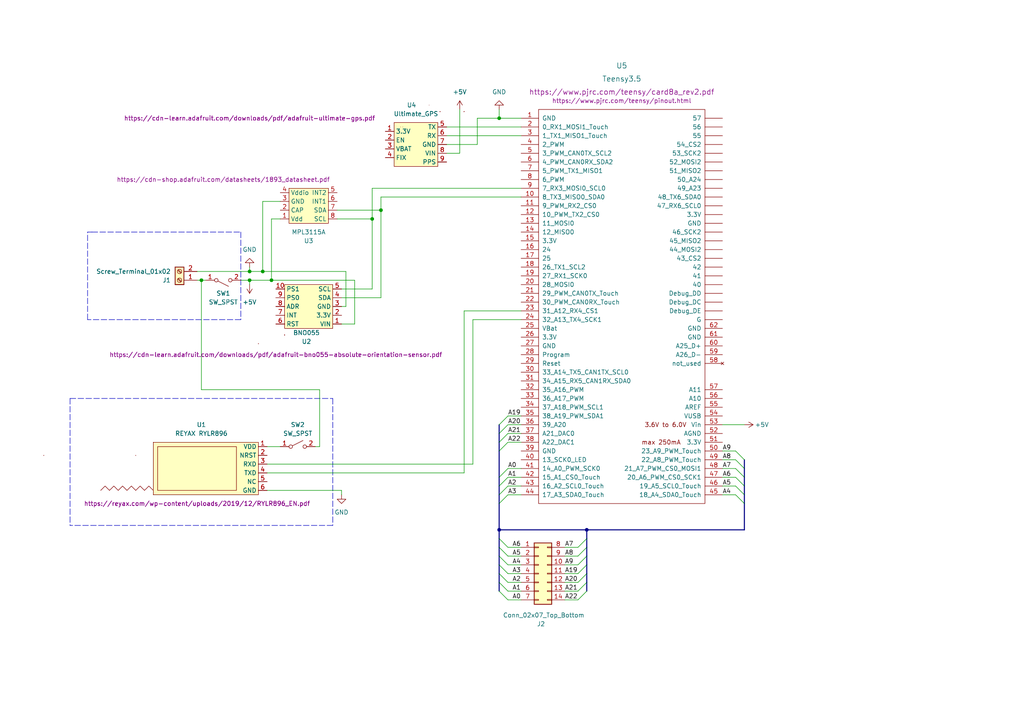
<source format=kicad_sch>
(kicad_sch (version 20211123) (generator eeschema)
  (paper "A4")
  (title_block (title "Ordinateur de Bord") (rev "3") (company "Top Aéro") (comment 1 "Projet Zéphyr") (comment 2 "Mohamed-iadh BANI & Théo TUGAYE") (comment 3 "<mohamed-iadh.bani@top-aero.com> <theo.tugaye@top-aero.com>"))
  (lib_symbols
    (symbol "Adafruit_sensors:BNO055"
      (property "Reference" "U" (at 4.445 7.62 0))
      (property "Value" "BNO055" (at -1.905 7.62 0))
      (symbol "BNO055_0_1"
        (rectangle (start -7.62 6.35) (end 6.35 -6.35) (fill (type background)))
        (rectangle (start 6.35 8.255) (end 6.35 8.255))
        (rectangle (start 6.35 8.255) (end 6.35 8.255))
        (rectangle (start 6.35 8.255) (end 6.35 8.255))
        (rectangle (start 6.35 8.255) (end 6.35 8.255))
        (rectangle (start 6.35 8.255) (end 6.35 8.255))
        (rectangle (start 6.35 8.255) (end 6.35 8.255))
        (rectangle (start 6.35 8.255) (end 6.35 8.255))
        (rectangle (start 6.35 8.255) (end 6.35 8.255))
        (rectangle (start 13.97 10.795) (end 13.97 10.795))
        (rectangle (start 13.97 10.795) (end 13.97 10.795))
        (rectangle (start 13.97 10.795) (end 13.97 10.795))
        (rectangle (start 13.97 10.795) (end 13.97 10.795))
        (rectangle (start 13.97 10.795) (end 13.97 10.795))
        (rectangle (start 13.97 10.795) (end 13.97 10.795))
        (rectangle (start 13.97 10.795) (end 13.97 10.795))
        (rectangle (start 13.97 10.795) (end 13.97 10.795))
        (rectangle (start 13.97 10.795) (end 13.97 10.795))
        (rectangle (start 13.97 10.795) (end 13.97 10.795))
        (rectangle (start 13.97 10.795) (end 13.97 10.795))
        (rectangle (start 13.97 10.795) (end 13.97 10.795))
      )
      (symbol "BNO055_1_1"
        (pin input line (at -10.16 5.08 0) (length 2.54) (name "VIN") (number "1"))
        (pin input line (at 8.89 -5.08 180) (length 2.54) (name "PS1") (number "10"))
        (pin output line (at -10.16 2.54 0) (length 2.54) (name "3.3V") (number "2"))
        (pin power_in line (at -10.16 0 0) (length 2.54) (name "GND") (number "3"))
        (pin bidirectional line (at -10.16 -2.54 0) (length 2.54) (name "SDA") (number "4"))
        (pin input line (at -10.16 -5.08 0) (length 2.54) (name "SCL") (number "5"))
        (pin input line (at 8.89 5.08 180) (length 2.54) (name "RST") (number "6"))
        (pin output line (at 8.89 2.54 180) (length 2.54) (name "INT") (number "7"))
        (pin input line (at 8.89 0 180) (length 2.54) (name "ADR") (number "8"))
        (pin input line (at 8.89 -2.54 180) (length 2.54) (name "PS0") (number "9"))
      )
    )
    (symbol "Adafruit_sensors:MPL3115A"
      (property "Reference" "U" (at 0 6.35 0))
      (property "Value" "MPL3115A" (at -6.35 6.35 0))
      (symbol "MPL3115A_0_1"
        (rectangle (start -10.16 5.08) (end 1.27 -5.08) (fill (type background)))
      )
      (symbol "MPL3115A_1_1"
        (pin input line (at -12.7 3.81 0) (length 2.54) (name "Vdd") (number "1"))
        (pin passive line (at -12.7 1.27 0) (length 2.54) (name "CAP") (number "2"))
        (pin power_in line (at -12.7 -1.27 0) (length 2.54) (name "GND") (number "3"))
        (pin input line (at -12.7 -3.81 0) (length 2.54) (name "Vddio") (number "4"))
        (pin output line (at 3.81 -3.81 180) (length 2.54) (name "INT2") (number "5"))
        (pin output line (at 3.81 -1.27 180) (length 2.54) (name "INT1") (number "6"))
        (pin bidirectional line (at 3.81 1.27 180) (length 2.54) (name "SDA") (number "7"))
        (pin input line (at 3.81 3.81 180) (length 2.54) (name "SCL") (number "8"))
      )
    )
    (symbol "Adafruit_sensors:Ultimate_GPS"
      (property "Reference" "U" (at 6.35 8.89 0))
      (property "Value" "Ultimate_GPS" (at -1.27 8.89 0))
      (symbol "Ultimate_GPS_0_1"
        (rectangle (start -6.35 7.62) (end 6.35 -5.08) (fill (type background)))
        (rectangle (start -4.445 6.35) (end -4.445 6.35))
        (rectangle (start -3.81 6.35) (end -3.81 6.35))
        (rectangle (start 3.81 12.7) (end 3.81 12.7))
        (rectangle (start 6.985 10.795) (end 6.985 10.795))
        (rectangle (start 6.985 10.795) (end 6.985 10.795))
        (rectangle (start 6.985 10.795) (end 6.985 10.795))
        (rectangle (start 6.985 10.795) (end 6.985 10.795))
        (rectangle (start 6.985 10.795) (end 6.985 10.795))
        (rectangle (start 6.985 10.795) (end 6.985 10.795))
        (rectangle (start 6.985 10.795) (end 6.985 10.795))
        (rectangle (start 6.985 10.795) (end 6.985 10.795))
        (rectangle (start 13.97 10.795) (end 13.97 10.795))
        (rectangle (start 13.97 10.795) (end 13.97 10.795))
        (rectangle (start 13.97 10.795) (end 13.97 10.795))
        (rectangle (start 13.97 10.795) (end 13.97 10.795))
        (rectangle (start 13.97 10.795) (end 13.97 10.795))
        (rectangle (start 13.97 10.795) (end 13.97 10.795))
        (rectangle (start 13.97 10.795) (end 13.97 10.795))
        (rectangle (start 13.97 10.795) (end 13.97 10.795))
        (rectangle (start 13.97 10.795) (end 13.97 10.795))
        (rectangle (start 13.97 10.795) (end 13.97 10.795))
        (rectangle (start 13.97 10.795) (end 13.97 10.795))
        (rectangle (start 13.97 10.795) (end 13.97 10.795))
      )
      (symbol "Ultimate_GPS_1_1"
        (pin output line (at -8.89 5.08 0) (length 2.54) (name "3.3V") (number "1"))
        (pin input line (at -8.89 2.54 0) (length 2.54) (name "EN") (number "2"))
        (pin input line (at -8.89 0 0) (length 2.54) (name "VBAT") (number "3"))
        (pin output line (at -8.89 -2.54 0) (length 2.54) (name "FIX") (number "4"))
        (pin output line (at 8.89 6.35 180) (length 2.54) (name "TX") (number "5"))
        (pin input line (at 8.89 3.81 180) (length 2.54) (name "RX") (number "6"))
        (pin power_in line (at 8.89 1.27 180) (length 2.54) (name "GND") (number "7"))
        (pin input line (at 8.89 -1.27 180) (length 2.54) (name "VIN") (number "8"))
        (pin output line (at 8.89 -3.81 180) (length 2.54) (name "PPS") (number "9"))
      )
    )
    (symbol "Connector:Screw_Terminal_01x02" (pin_names (offset 1.016) hide)
      (property "Reference" "J" (at 0 2.54 0))
      (property "Value" "Screw_Terminal_01x02" (at 0 -5.08 0))
      (symbol "Screw_Terminal_01x02_1_1"
        (rectangle (start -1.27 1.27) (end 1.27 -3.81) (stroke (width 0.254)) (fill (type background)))
        (circle (center 0 -2.54) (radius 0.635) (stroke (width 0.1524)))
        (polyline (pts (xy -0.5334 -2.2098) (xy 0.3302 -3.048)) (stroke (width 0.1524)))
        (polyline (pts (xy -0.5334 0.3302) (xy 0.3302 -0.508)) (stroke (width 0.1524)))
        (polyline (pts (xy -0.3556 -2.032) (xy 0.508 -2.8702)) (stroke (width 0.1524)))
        (polyline (pts (xy -0.3556 0.508) (xy 0.508 -0.3302)) (stroke (width 0.1524)))
        (circle (center 0 0) (radius 0.635) (stroke (width 0.1524)))
        (pin passive line (at -5.08 0 0) (length 3.81) (name "Pin_1") (number "1"))
        (pin passive line (at -5.08 -2.54 0) (length 3.81) (name "Pin_2") (number "2"))
      )
    )
    (symbol "Connector_Generic:Conn_02x07_Top_Bottom" (pin_names (offset 1.016) hide)
      (property "Reference" "J" (at 1.27 10.16 0))
      (property "Value" "Conn_02x07_Top_Bottom" (at 1.27 -10.16 0))
      (symbol "Conn_02x07_Top_Bottom_1_1"
        (rectangle (start -1.27 -7.493) (end 0 -7.747) (stroke (width 0.1524)))
        (rectangle (start -1.27 -4.953) (end 0 -5.207) (stroke (width 0.1524)))
        (rectangle (start -1.27 -2.413) (end 0 -2.667) (stroke (width 0.1524)))
        (rectangle (start -1.27 0.127) (end 0 -0.127) (stroke (width 0.1524)))
        (rectangle (start -1.27 2.667) (end 0 2.413) (stroke (width 0.1524)))
        (rectangle (start -1.27 5.207) (end 0 4.953) (stroke (width 0.1524)))
        (rectangle (start -1.27 7.747) (end 0 7.493) (stroke (width 0.1524)))
        (rectangle (start -1.27 8.89) (end 3.81 -8.89) (stroke (width 0.254)) (fill (type background)))
        (rectangle (start 3.81 -7.493) (end 2.54 -7.747) (stroke (width 0.1524)))
        (rectangle (start 3.81 -4.953) (end 2.54 -5.207) (stroke (width 0.1524)))
        (rectangle (start 3.81 -2.413) (end 2.54 -2.667) (stroke (width 0.1524)))
        (rectangle (start 3.81 0.127) (end 2.54 -0.127) (stroke (width 0.1524)))
        (rectangle (start 3.81 2.667) (end 2.54 2.413) (stroke (width 0.1524)))
        (rectangle (start 3.81 5.207) (end 2.54 4.953) (stroke (width 0.1524)))
        (rectangle (start 3.81 7.747) (end 2.54 7.493) (stroke (width 0.1524)))
        (pin passive line (at -5.08 7.62 0) (length 3.81) (name "Pin_1") (number "1"))
        (pin passive line (at 7.62 2.54 180) (length 3.81) (name "Pin_10") (number "10"))
        (pin passive line (at 7.62 0 180) (length 3.81) (name "Pin_11") (number "11"))
        (pin passive line (at 7.62 -2.54 180) (length 3.81) (name "Pin_12") (number "12"))
        (pin passive line (at 7.62 -5.08 180) (length 3.81) (name "Pin_13") (number "13"))
        (pin passive line (at 7.62 -7.62 180) (length 3.81) (name "Pin_14") (number "14"))
        (pin passive line (at -5.08 5.08 0) (length 3.81) (name "Pin_2") (number "2"))
        (pin passive line (at -5.08 2.54 0) (length 3.81) (name "Pin_3") (number "3"))
        (pin passive line (at -5.08 0 0) (length 3.81) (name "Pin_4") (number "4"))
        (pin passive line (at -5.08 -2.54 0) (length 3.81) (name "Pin_5") (number "5"))
        (pin passive line (at -5.08 -5.08 0) (length 3.81) (name "Pin_6") (number "6"))
        (pin passive line (at -5.08 -7.62 0) (length 3.81) (name "Pin_7") (number "7"))
        (pin passive line (at 7.62 7.62 180) (length 3.81) (name "Pin_8") (number "8"))
        (pin passive line (at 7.62 5.08 180) (length 3.81) (name "Pin_9") (number "9"))
      )
    )
    (symbol "Switch:SW_SPST" (pin_names (offset 0) hide)
      (property "Reference" "SW" (at 0 3.175 0))
      (property "Value" "SW_SPST" (at 0 -2.54 0))
      (symbol "SW_SPST_0_0"
        (circle (center -2.032 0) (radius 0.508))
        (polyline (pts (xy -1.524 0.254) (xy 1.524 1.778)))
        (circle (center 2.032 0) (radius 0.508))
      )
      (symbol "SW_SPST_1_1"
        (pin passive line (at -5.08 0 0) (length 2.54) (name "A") (number "1"))
        (pin passive line (at 5.08 0 180) (length 2.54) (name "B") (number "2"))
      )
    )
    (symbol "Teensy:Teensy3.5" (pin_names (offset 1.016))
      (property "Reference" "U" (at 0 59.69 0))
      (property "Value" "Teensy3.5" (at 0 -59.69 0))
      (property "Datasheet" "https://www.pjrc.com/teensy/card8a_rev2.pdf" (at 0 62.23 0))
      (property "Pinouts" "https://www.pjrc.com/teensy/pinout.html" (at 0 64.77 0))
      (symbol "Teensy3.5_0_0"
        (text "3.6V to 6.0V" (at 12.7 -34.29 0) (effects (font (size 1.27 1.27))))
        (text "max 250mA" (at 11.43 -39.37 0) (effects (font (size 1.27 1.27))))
      )
      (symbol "Teensy3.5_0_1"
        (rectangle (start -24.13 57.15) (end 24.13 -57.15))
      )
      (symbol "Teensy3.5_1_1"
        (pin power_in line (at -29.21 54.61 0) (length 5.08) (name "GND") (number "1"))
        (pin bidirectional line (at -29.21 31.75 0) (length 5.08) (name "8_TX3_MISO0_SDA0") (number "10"))
        (pin bidirectional line (at -29.21 29.21 0) (length 5.08) (name "9_PWM_RX2_CS0") (number "11"))
        (pin bidirectional line (at -29.21 26.67 0) (length 5.08) (name "10_PWM_TX2_CS0") (number "12"))
        (pin bidirectional line (at -29.21 24.13 0) (length 5.08) (name "11_MOSI0") (number "13"))
        (pin bidirectional line (at -29.21 21.59 0) (length 5.08) (name "12_MISO0") (number "14"))
        (pin power_out line (at -29.21 19.05 0) (length 5.08) (name "3.3V") (number "15"))
        (pin bidirectional line (at -29.21 16.51 0) (length 5.08) (name "24") (number "16"))
        (pin bidirectional line (at -29.21 13.97 0) (length 5.08) (name "25") (number "17"))
        (pin bidirectional line (at -29.21 11.43 0) (length 5.08) (name "26_TX1_SCL2") (number "18"))
        (pin bidirectional line (at -29.21 8.89 0) (length 5.08) (name "27_RX1_SCK0") (number "19"))
        (pin bidirectional line (at -29.21 52.07 0) (length 5.08) (name "0_RX1_MOSI1_Touch") (number "2"))
        (pin bidirectional line (at -29.21 6.35 0) (length 5.08) (name "28_MOSI0") (number "20"))
        (pin bidirectional line (at -29.21 3.81 0) (length 5.08) (name "29_PWM_CAN0TX_Touch") (number "21"))
        (pin bidirectional line (at -29.21 1.27 0) (length 5.08) (name "30_PWM_CAN0RX_Touch") (number "22"))
        (pin bidirectional line (at -29.21 -1.27 0) (length 5.08) (name "31_A12_RX4_CS1") (number "23"))
        (pin bidirectional line (at -29.21 -3.81 0) (length 5.08) (name "32_A13_TX4_SCK1") (number "24"))
        (pin power_in line (at -29.21 -6.35 0) (length 5.08) (name "VBat") (number "25"))
        (pin power_in line (at -29.21 -8.89 0) (length 5.08) (name "3.3V") (number "26"))
        (pin power_in line (at -29.21 -11.43 0) (length 5.08) (name "GND") (number "27"))
        (pin input line (at -29.21 -13.97 0) (length 5.08) (name "Program") (number "28"))
        (pin input line (at -29.21 -16.51 0) (length 5.08) (name "Reset") (number "29"))
        (pin bidirectional line (at -29.21 49.53 0) (length 5.08) (name "1_TX1_MISO1_Touch") (number "3"))
        (pin bidirectional line (at -29.21 -19.05 0) (length 5.08) (name "33_A14_TX5_CAN1TX_SCL0") (number "30"))
        (pin bidirectional line (at -29.21 -21.59 0) (length 5.08) (name "34_A15_RX5_CAN1RX_SDA0") (number "31"))
        (pin bidirectional line (at -29.21 -24.13 0) (length 5.08) (name "35_A16_PWM") (number "32"))
        (pin bidirectional line (at -29.21 -26.67 0) (length 5.08) (name "36_A17_PWM") (number "33"))
        (pin bidirectional line (at -29.21 -29.21 0) (length 5.08) (name "37_A18_PWM_SCL1") (number "34"))
        (pin bidirectional line (at -29.21 -31.75 0) (length 5.08) (name "38_A19_PWM_SDA1") (number "35"))
        (pin bidirectional line (at -29.21 -34.29 0) (length 5.08) (name "39_A20") (number "36"))
        (pin bidirectional line (at -29.21 -36.83 0) (length 5.08) (name "A21_DAC0") (number "37"))
        (pin bidirectional line (at -29.21 -39.37 0) (length 5.08) (name "A22_DAC1") (number "38"))
        (pin power_in line (at -29.21 -41.91 0) (length 5.08) (name "GND") (number "39"))
        (pin bidirectional line (at -29.21 46.99 0) (length 5.08) (name "2_PWM") (number "4"))
        (pin bidirectional line (at -29.21 -44.45 0) (length 5.08) (name "13_SCK0_LED") (number "40"))
        (pin bidirectional line (at -29.21 -46.99 0) (length 5.08) (name "14_A0_PWM_SCK0") (number "41"))
        (pin bidirectional line (at -29.21 -49.53 0) (length 5.08) (name "15_A1_CS0_Touch") (number "42"))
        (pin bidirectional line (at -29.21 -52.07 0) (length 5.08) (name "16_A2_SCL0_Touch") (number "43"))
        (pin bidirectional line (at -29.21 -54.61 0) (length 5.08) (name "17_A3_SDA0_Touch") (number "44"))
        (pin bidirectional line (at 29.21 -54.61 180) (length 5.08) (name "18_A4_SDA0_Touch") (number "45"))
        (pin bidirectional line (at 29.21 -52.07 180) (length 5.08) (name "19_A5_SCL0_Touch") (number "46"))
        (pin bidirectional line (at 29.21 -49.53 180) (length 5.08) (name "20_A6_PWM_CS0_SCK1") (number "47"))
        (pin bidirectional line (at 29.21 -46.99 180) (length 5.08) (name "21_A7_PWM_CS0_MOSI1") (number "48"))
        (pin bidirectional line (at 29.21 -44.45 180) (length 5.08) (name "22_A8_PWM_Touch") (number "49"))
        (pin bidirectional line (at -29.21 44.45 0) (length 5.08) (name "3_PWM_CAN0TX_SCL2") (number "5"))
        (pin bidirectional line (at 29.21 -41.91 180) (length 5.08) (name "23_A9_PWM_Touch") (number "50"))
        (pin power_out line (at 29.21 -39.37 180) (length 5.08) (name "3.3V") (number "51"))
        (pin power_out line (at 29.21 -36.83 180) (length 5.08) (name "AGND") (number "52"))
        (pin power_in line (at 29.21 -34.29 180) (length 5.08) (name "Vin") (number "53"))
        (pin power_in line (at 29.21 -31.75 180) (length 5.08) (name "VUSB") (number "54"))
        (pin input line (at 29.21 -29.21 180) (length 5.08) (name "AREF") (number "55"))
        (pin bidirectional line (at 29.21 -26.67 180) (length 5.08) (name "A10") (number "56"))
        (pin bidirectional line (at 29.21 -24.13 180) (length 5.08) (name "A11") (number "57"))
        (pin no_connect line (at 29.21 -16.51 180) (length 5.08) (name "not_used") (number "58"))
        (pin bidirectional line (at 29.21 -13.97 180) (length 5.08) (name "A26_D-") (number "59"))
        (pin bidirectional line (at -29.21 41.91 0) (length 5.08) (name "4_PWM_CAN0RX_SDA2") (number "6"))
        (pin bidirectional line (at 29.21 -11.43 180) (length 5.08) (name "A25_D+") (number "60"))
        (pin power_in line (at 29.21 -8.89 180) (length 5.08) (name "GND") (number "61"))
        (pin power_in line (at 29.21 -6.35 180) (length 5.08) (name "GND") (number "62"))
        (pin bidirectional line (at -29.21 39.37 0) (length 5.08) (name "5_PWM_TX1_MISO1") (number "7"))
        (pin bidirectional line (at -29.21 36.83 0) (length 5.08) (name "6_PWM") (number "8"))
        (pin bidirectional line (at -29.21 34.29 0) (length 5.08) (name "7_RX3_MOSI0_SCL0") (number "9"))
        (pin power_in line (at 29.21 26.67 180) (length 5.08) (name "3.3V") (number "~"))
        (pin bidirectional line (at 29.21 6.35 180) (length 5.08) (name "40") (number "~"))
        (pin bidirectional line (at 29.21 8.89 180) (length 5.08) (name "41") (number "~"))
        (pin bidirectional line (at 29.21 11.43 180) (length 5.08) (name "42") (number "~"))
        (pin bidirectional line (at 29.21 13.97 180) (length 5.08) (name "43_CS2") (number "~"))
        (pin bidirectional line (at 29.21 16.51 180) (length 5.08) (name "44_MOSI2") (number "~"))
        (pin bidirectional line (at 29.21 19.05 180) (length 5.08) (name "45_MISO2") (number "~"))
        (pin bidirectional line (at 29.21 21.59 180) (length 5.08) (name "46_SCK2") (number "~"))
        (pin bidirectional line (at 29.21 29.21 180) (length 5.08) (name "47_RX6_SCL0") (number "~"))
        (pin bidirectional line (at 29.21 31.75 180) (length 5.08) (name "48_TX6_SDA0") (number "~"))
        (pin bidirectional line (at 29.21 34.29 180) (length 5.08) (name "49_A23") (number "~"))
        (pin bidirectional line (at 29.21 36.83 180) (length 5.08) (name "50_A24") (number "~"))
        (pin bidirectional line (at 29.21 39.37 180) (length 5.08) (name "51_MISO2") (number "~"))
        (pin bidirectional line (at 29.21 41.91 180) (length 5.08) (name "52_MOSI2") (number "~"))
        (pin bidirectional line (at 29.21 44.45 180) (length 5.08) (name "53_SCK2") (number "~"))
        (pin bidirectional line (at 29.21 46.99 180) (length 5.08) (name "54_CS2") (number "~"))
        (pin bidirectional line (at 29.21 49.53 180) (length 5.08) (name "55") (number "~"))
        (pin bidirectional line (at 29.21 52.07 180) (length 5.08) (name "56") (number "~"))
        (pin bidirectional line (at 29.21 54.61 180) (length 5.08) (name "57") (number "~"))
        (pin input line (at 29.21 1.27 180) (length 5.08) (name "Debug_DC") (number "~"))
        (pin input line (at 29.21 3.81 180) (length 5.08) (name "Debug_DD") (number "~"))
        (pin input line (at 29.21 -1.27 180) (length 5.08) (name "Debug_DE") (number "~"))
        (pin power_in line (at 29.21 -3.81 180) (length 5.08) (name "G") (number "~"))
        (pin power_in line (at 29.21 24.13 180) (length 5.08) (name "GND") (number "~"))
      )
    )
    (symbol "power:+5V" (power) (pin_names (offset 0))
      (property "Value" "+5V" (at 0 3.556 0))
      (symbol "+5V_0_1"
        (polyline (pts (xy -0.762 1.27) (xy 0 2.54)))
        (polyline (pts (xy 0 0) (xy 0 2.54)))
        (polyline (pts (xy 0 2.54) (xy 0.762 1.27)))
      )
      (symbol "+5V_1_1"
        (pin power_in line (at 0 0 90) (length 0) hide (name "+5V") (number "1"))
      )
    )
    (symbol "power:GND" (power) (pin_names (offset 0))
      (property "Value" "GND" (at 0 -3.81 0))
      (symbol "GND_0_1"
        (polyline (pts (xy 0 0) (xy 0 -1.27) (xy 1.27 -1.27) (xy 0 -2.54) (xy -1.27 -1.27) (xy 0 -1.27)))
      )
      (symbol "GND_1_1"
        (pin power_in line (at 0 0 270) (length 0) hide (name "GND") (number "1"))
      )
    )
    (symbol "reyax_rylr896:REYAX RYLR896"
      (property "Reference" "U1" (at 1.27 12.7 0))
      (property "Value" "REYAX RYLR896" (at 1.27 10.16 0))
      (symbol "REYAX RYLR896_0_0"
        (rectangle (start 20.32 3.81) (end 20.32 3.81))
        (rectangle (start 20.32 3.81) (end 20.32 3.81))
        (rectangle (start 20.32 3.81) (end 20.32 3.81))
        (rectangle (start 20.32 3.81) (end 20.32 3.81))
        (rectangle (start 20.32 3.81) (end 20.32 3.81))
      )
      (symbol "REYAX RYLR896_0_1"
        (rectangle (start -15.24 7.62) (end 15.24 -7.62) (fill (type background)))
        (rectangle (start -8.89 6.35) (end 13.97 -6.35) (fill (type background)))
        (polyline (pts (xy 15.24 -6.35) (xy 16.51 -5.08) (xy 17.78 -6.35) (xy 19.05 -5.08) (xy 20.32 -6.35) (xy 21.59 -5.08) (xy 22.86 -6.35) (xy 24.13 -5.08) (xy 25.4 -6.35) (xy 26.67 -5.08) (xy 27.94 -6.35) (xy 29.21 -5.08) (xy 30.48 -6.35)))
        (rectangle (start 46.99 3.81) (end 46.99 3.81))
        (rectangle (start 46.99 3.81) (end 46.99 3.81))
        (rectangle (start 46.99 3.81) (end 46.99 3.81))
        (rectangle (start 46.99 3.81) (end 46.99 3.81))
        (rectangle (start 46.99 3.81) (end 46.99 3.81))
      )
      (symbol "REYAX RYLR896_1_1"
        (pin input line (at -17.78 6.35 0) (length 2.54) (name "VDD") (number "1"))
        (pin input line (at -17.78 3.81 0) (length 2.54) (name "NRST") (number "2"))
        (pin input line (at -17.78 1.27 0) (length 2.54) (name "RXD") (number "3"))
        (pin output line (at -17.78 -1.27 0) (length 2.54) (name "TXD") (number "4"))
        (pin passive line (at -17.78 -3.81 0) (length 2.54) (name "NC") (number "5"))
        (pin passive line (at -17.78 -6.35 0) (length 2.54) (name "GND") (number "6"))
      )
    )
  )
  (junction (at 76.2 78.74))
  (junction (at 170.18 153.67))
  (junction (at 72.39 78.74))
  (junction (at 144.78 34.29))
  (junction (at 58.42 81.28))
  (junction (at 72.39 81.28))
  (junction (at 78.74 81.28))
  (junction (at 107.95 63.5))
  (junction (at 144.78 153.67))
  (junction (at 110.49 60.96))
  (bus_entry (at 167.64 158.75) (size 2.54 -2.54))
  (bus_entry (at 144.78 166.37) (size 2.54 2.54))
  (bus_entry (at 144.78 168.91) (size 2.54 2.54))
  (bus_entry (at 167.64 161.29) (size 2.54 -2.54))
  (bus_entry (at 167.64 166.37) (size 2.54 -2.54))
  (bus_entry (at 167.64 163.83) (size 2.54 -2.54))
  (bus_entry (at 167.64 173.99) (size 2.54 -2.54))
  (bus_entry (at 167.64 171.45) (size 2.54 -2.54))
  (bus_entry (at 167.64 168.91) (size 2.54 -2.54))
  (bus_entry (at 144.78 171.45) (size 2.54 2.54))
  (bus_entry (at 144.78 128.27) (size 2.54 -2.54))
  (bus_entry (at 144.78 130.81) (size 2.54 -2.54))
  (bus_entry (at 144.78 123.19) (size 2.54 -2.54))
  (bus_entry (at 144.78 125.73) (size 2.54 -2.54))
  (bus_entry (at 144.78 138.43) (size 2.54 -2.54))
  (bus_entry (at 144.78 140.97) (size 2.54 -2.54))
  (bus_entry (at 144.78 143.51) (size 2.54 -2.54))
  (bus_entry (at 215.9 133.35) (size -2.54 -2.54))
  (bus_entry (at 215.9 146.05) (size -2.54 -2.54))
  (bus_entry (at 215.9 143.51) (size -2.54 -2.54))
  (bus_entry (at 215.9 140.97) (size -2.54 -2.54))
  (bus_entry (at 215.9 135.89) (size -2.54 -2.54))
  (bus_entry (at 215.9 138.43) (size -2.54 -2.54))
  (bus_entry (at 144.78 146.05) (size 2.54 -2.54))
  (bus_entry (at 147.32 158.75) (size -2.54 -2.54))
  (bus_entry (at 147.32 166.37) (size -2.54 -2.54))
  (bus_entry (at 147.32 161.29) (size -2.54 -2.54))
  (bus_entry (at 147.32 163.83) (size -2.54 -2.54))
  (wire (pts (xy 59.69 81.28) (xy 58.42 81.28)))
  (wire (pts (xy 147.32 138.43) (xy 151.13 138.43)))
  (wire (pts (xy 77.47 134.62) (xy 137.16 134.62)))
  (wire (pts (xy 76.2 78.74) (xy 72.39 78.74)))
  (wire (pts (xy 167.64 173.99) (xy 163.83 173.99)))
  (wire (pts (xy 151.13 173.99) (xy 147.32 173.99)))
  (wire (pts (xy 144.78 34.29) (xy 151.13 34.29)))
  (bus (pts (xy 215.9 146.05) (xy 215.9 153.67)))
  (bus (pts (xy 215.9 138.43) (xy 215.9 140.97)))
  (wire (pts (xy 151.13 171.45) (xy 147.32 171.45)))
  (wire (pts (xy 151.13 158.75) (xy 147.32 158.75)))
  (polyline (pts (xy 20.32 115.57) (xy 96.52 115.57)))
  (wire (pts (xy 107.95 83.82) (xy 107.95 63.5)))
  (bus (pts (xy 144.78 158.75) (xy 144.78 156.21)))
  (wire (pts (xy 209.55 135.89) (xy 213.36 135.89)))
  (wire (pts (xy 147.32 120.65) (xy 151.13 120.65)))
  (bus (pts (xy 170.18 166.37) (xy 170.18 163.83)))
  (wire (pts (xy 77.47 137.16) (xy 134.62 137.16)))
  (wire (pts (xy 102.87 81.28) (xy 78.74 81.28)))
  (wire (pts (xy 72.39 78.74) (xy 72.39 77.47)))
  (bus (pts (xy 170.18 163.83) (xy 170.18 161.29)))
  (wire (pts (xy 151.13 168.91) (xy 147.32 168.91)))
  (wire (pts (xy 129.54 41.91) (xy 138.43 41.91)))
  (wire (pts (xy 133.35 31.75) (xy 133.35 44.45)))
  (wire (pts (xy 76.2 78.74) (xy 76.2 58.42)))
  (polyline (pts (xy 96.52 115.57) (xy 96.52 152.4)))
  (wire (pts (xy 129.54 36.83) (xy 151.13 36.83)))
  (wire (pts (xy 147.32 128.27) (xy 151.13 128.27)))
  (wire (pts (xy 110.49 60.96) (xy 110.49 86.36)))
  (wire (pts (xy 209.55 130.81) (xy 213.36 130.81)))
  (bus (pts (xy 144.78 130.81) (xy 144.78 138.43)))
  (bus (pts (xy 144.78 153.67) (xy 170.18 153.67)))
  (wire (pts (xy 209.55 138.43) (xy 213.36 138.43)))
  (bus (pts (xy 144.78 143.51) (xy 144.78 146.05)))
  (wire (pts (xy 167.64 158.75) (xy 163.83 158.75)))
  (bus (pts (xy 215.9 133.35) (xy 215.9 135.89)))
  (bus (pts (xy 144.78 171.45) (xy 144.78 168.91)))
  (bus (pts (xy 215.9 135.89) (xy 215.9 138.43)))
  (bus (pts (xy 144.78 158.75) (xy 144.78 161.29)))
  (wire (pts (xy 58.42 81.28) (xy 58.42 113.03)))
  (wire (pts (xy 129.54 39.37) (xy 151.13 39.37)))
  (wire (pts (xy 77.47 142.24) (xy 99.06 142.24)))
  (wire (pts (xy 107.95 83.82) (xy 99.06 83.82)))
  (bus (pts (xy 215.9 143.51) (xy 215.9 146.05)))
  (wire (pts (xy 72.39 81.28) (xy 72.39 82.55)))
  (wire (pts (xy 100.33 88.9) (xy 99.06 88.9)))
  (polyline (pts (xy 69.85 67.31) (xy 69.85 92.71)))
  (wire (pts (xy 100.33 88.9) (xy 100.33 78.74)))
  (bus (pts (xy 215.9 140.97) (xy 215.9 143.51)))
  (bus (pts (xy 170.18 171.45) (xy 170.18 168.91)))
  (wire (pts (xy 147.32 135.89) (xy 151.13 135.89)))
  (bus (pts (xy 170.18 153.67) (xy 215.9 153.67)))
  (wire (pts (xy 107.95 63.5) (xy 97.79 63.5)))
  (wire (pts (xy 99.06 86.36) (xy 110.49 86.36)))
  (wire (pts (xy 78.74 81.28) (xy 78.74 63.5)))
  (wire (pts (xy 147.32 123.19) (xy 151.13 123.19)))
  (bus (pts (xy 144.78 125.73) (xy 144.78 128.27)))
  (bus (pts (xy 144.78 163.83) (xy 144.78 161.29)))
  (wire (pts (xy 147.32 140.97) (xy 151.13 140.97)))
  (wire (pts (xy 129.54 44.45) (xy 133.35 44.45)))
  (polyline (pts (xy 25.4 92.71) (xy 25.4 67.31)))
  (polyline (pts (xy 96.52 152.4) (xy 20.32 152.4)))
  (wire (pts (xy 167.64 161.29) (xy 163.83 161.29)))
  (wire (pts (xy 100.33 78.74) (xy 76.2 78.74)))
  (wire (pts (xy 151.13 163.83) (xy 147.32 163.83)))
  (polyline (pts (xy 25.4 67.31) (xy 26.67 67.31)))
  (wire (pts (xy 91.44 129.54) (xy 92.71 129.54)))
  (bus (pts (xy 170.18 158.75) (xy 170.18 156.21)))
  (wire (pts (xy 209.55 140.97) (xy 213.36 140.97)))
  (wire (pts (xy 151.13 166.37) (xy 147.32 166.37)))
  (polyline (pts (xy 26.67 67.31) (xy 69.85 67.31)))
  (bus (pts (xy 144.78 146.05) (xy 144.78 153.67)))
  (wire (pts (xy 99.06 142.24) (xy 99.06 143.51)))
  (bus (pts (xy 170.18 158.75) (xy 170.18 161.29)))
  (bus (pts (xy 144.78 166.37) (xy 144.78 163.83)))
  (wire (pts (xy 167.64 171.45) (xy 163.83 171.45)))
  (wire (pts (xy 81.28 58.42) (xy 76.2 58.42)))
  (polyline (pts (xy 69.85 92.71) (xy 25.4 92.71)))
  (wire (pts (xy 81.28 63.5) (xy 78.74 63.5)))
  (wire (pts (xy 134.62 137.16) (xy 134.62 90.17)))
  (wire (pts (xy 107.95 54.61) (xy 107.95 63.5)))
  (bus (pts (xy 144.78 138.43) (xy 144.78 140.97)))
  (wire (pts (xy 97.79 60.96) (xy 110.49 60.96)))
  (wire (pts (xy 110.49 57.15) (xy 110.49 60.96)))
  (wire (pts (xy 209.55 123.19) (xy 215.9 123.19)))
  (wire (pts (xy 134.62 90.17) (xy 151.13 90.17)))
  (wire (pts (xy 58.42 81.28) (xy 57.15 81.28)))
  (wire (pts (xy 107.95 54.61) (xy 151.13 54.61)))
  (bus (pts (xy 170.18 156.21) (xy 170.18 153.67)))
  (wire (pts (xy 58.42 113.03) (xy 92.71 113.03)))
  (wire (pts (xy 151.13 161.29) (xy 147.32 161.29)))
  (wire (pts (xy 72.39 78.74) (xy 57.15 78.74)))
  (bus (pts (xy 144.78 168.91) (xy 144.78 166.37)))
  (wire (pts (xy 137.16 134.62) (xy 137.16 92.71)))
  (polyline (pts (xy 20.32 115.57) (xy 20.32 152.4)))
  (wire (pts (xy 72.39 81.28) (xy 78.74 81.28)))
  (wire (pts (xy 167.64 163.83) (xy 163.83 163.83)))
  (bus (pts (xy 144.78 156.21) (xy 144.78 153.67)))
  (wire (pts (xy 138.43 41.91) (xy 138.43 34.29)))
  (wire (pts (xy 147.32 125.73) (xy 151.13 125.73)))
  (wire (pts (xy 102.87 81.28) (xy 102.87 93.98)))
  (wire (pts (xy 110.49 57.15) (xy 151.13 57.15)))
  (wire (pts (xy 167.64 168.91) (xy 163.83 168.91)))
  (bus (pts (xy 144.78 140.97) (xy 144.78 143.51)))
  (wire (pts (xy 209.55 133.35) (xy 213.36 133.35)))
  (wire (pts (xy 69.85 81.28) (xy 72.39 81.28)))
  (wire (pts (xy 147.32 143.51) (xy 151.13 143.51)))
  (wire (pts (xy 102.87 93.98) (xy 99.06 93.98)))
  (wire (pts (xy 92.71 113.03) (xy 92.71 129.54)))
  (wire (pts (xy 209.55 143.51) (xy 213.36 143.51)))
  (bus (pts (xy 170.18 168.91) (xy 170.18 166.37)))
  (wire (pts (xy 138.43 34.29) (xy 144.78 34.29)))
  (bus (pts (xy 144.78 123.19) (xy 144.78 125.73)))
  (wire (pts (xy 167.64 166.37) (xy 163.83 166.37)))
  (bus (pts (xy 144.78 128.27) (xy 144.78 130.81)))
  (wire (pts (xy 144.78 31.75) (xy 144.78 34.29)))
  (wire (pts (xy 77.47 129.54) (xy 81.28 129.54)))
  (wire (pts (xy 137.16 92.71) (xy 151.13 92.71)))
  (label "A4" (at 148.59 163.83 0))
  (label "A5" (at 148.59 161.29 0))
  (label "A9" (at 209.55 130.81 0))
  (label "A4" (at 209.55 143.51 0))
  (label "A7" (at 209.55 135.89 0))
  (label "A3" (at 147.32 143.51 0))
  (label "A22" (at 147.32 128.27 0))
  (label "A20" (at 147.32 123.19 0))
  (label "A19" (at 163.83 166.37 0))
  (label "A22" (at 163.83 173.99 0))
  (label "A8" (at 163.83 161.29 0))
  (label "A1" (at 148.59 171.45 0))
  (label "A1" (at 147.32 138.43 0))
  (label "A21" (at 163.83 171.45 0))
  (label "A2" (at 148.59 168.91 0))
  (label "A6" (at 209.55 138.43 0))
  (label "A0" (at 147.32 135.89 0))
  (label "A9" (at 163.83 163.83 0))
  (label "A3" (at 148.59 166.37 0))
  (label "A20" (at 163.83 168.91 0))
  (label "A0" (at 148.59 173.99 0))
  (label "A2" (at 147.32 140.97 0))
  (label "A8" (at 209.55 133.35 0))
  (label "A5" (at 209.55 140.97 0))
  (label "A19" (at 147.32 120.65 0))
  (label "A21" (at 147.32 125.73 0))
  (label "A6" (at 148.59 158.75 0))
  (label "A7" (at 163.83 158.75 0))
  (symbol (lib_id "power:GND") (at 72.39 77.47 180) (unit 1)
    (property "Reference" "#PWR01" (effects hide))
    (property "Value" "GND" (at 72.39 72.39 0))
  )
  (symbol (lib_id "power:+5V") (at 133.35 31.75 0) (mirror y) (unit 1)
    (property "Reference" "#PWR05" (effects hide))
    (property "Value" "+5V" (at 133.35 26.67 0))
  )
  (symbol (lib_id "power:GND") (at 144.78 31.75 180) (unit 1)
    (property "Reference" "#PWR06" (effects hide))
    (property "Value" "GND" (at 144.78 26.67 0))
  )
  (symbol (lib_id "Connector_Generic:Conn_02x07_Top_Bottom") (at 156.21 166.37 0) (unit 1)
    (property "Reference" "J2" (at 158.115 180.975 0) (effects (justify right)))
    (property "Value" "Conn_02x07_Top_Bottom" (at 169.545 178.435 0) (effects (justify right)))
    (property "Footprint" "Connector_Molex:Molex_Nano-Fit_105310-xx14_2x07_P2.50mm_Vertical" (effects hide))
  )
  (symbol (lib_id "Adafruit_sensors:BNO055") (at 88.9 88.9 180) (unit 1)
    (property "Reference" "U2" (at 88.9 99.06 0))
    (property "Value" "BNO055" (at 88.9 96.52 0))
    (property "Footprint" "Adafruit_sensors:BNO055" (effects hide))
    (property "Datasheet" "https://cdn-learn.adafruit.com/downloads/pdf/adafruit-bno055-absolute-orientation-sensor.pdf" (at 80.01 102.87 0))
  )
  (symbol (lib_id "Connector:Screw_Terminal_01x02") (at 52.07 81.28 180) (unit 1)
    (property "Reference" "J1" (at 49.53 81.2801 0) (effects (justify left)))
    (property "Value" "Screw_Terminal_01x02" (at 49.53 78.7401 0) (effects (justify left)))
    (property "Footprint" "TerminalBlock_Phoenix:TerminalBlock_Phoenix_MKDS-1,5-2-5.08_1x02_P5.08mm_Horizontal" (effects hide))
  )
  (symbol (lib_id "Teensy:Teensy3.5") (at 180.34 88.9 0) (unit 1)
    (property "Reference" "U5" (at 180.34 19.05 0) (effects (font (size 1.524 1.524))))
    (property "Value" "Teensy3.5" (at 180.34 22.86 0) (effects (font (size 1.524 1.524))))
    (property "Footprint" "teensy:Teensy35_36" (effects hide))
    (property "Datasheet" "https://www.pjrc.com/teensy/card8a_rev2.pdf" (at 180.34 26.67 0) (effects (font (size 1.524 1.524))))
    (property "Pinouts" "https://www.pjrc.com/teensy/pinout.html" (at 180.34 29.21 0))
  )
  (symbol (lib_id "power:GND") (at 99.06 143.51 0) (unit 1)
    (property "Reference" "#PWR04" (effects hide))
    (property "Value" "GND" (at 99.06 148.59 0))
  )
  (symbol (lib_id "Adafruit_sensors:Ultimate_GPS") (at 120.65 43.18 0) (unit 1)
    (property "Reference" "U4" (at 119.38 30.48 0))
    (property "Value" "Ultimate_GPS" (at 120.65 33.02 0))
    (property "Footprint" "Adafruit_sensors:Ultimate_GPS" (effects hide))
    (property "Datasheet" "https://cdn-learn.adafruit.com/downloads/pdf/adafruit-ultimate-gps.pdf" (at 72.39 34.29 0))
  )
  (symbol (lib_id "Switch:SW_SPST") (at 64.77 81.28 0) (mirror x) (unit 1)
    (property "Reference" "SW1" (at 64.77 85.09 0))
    (property "Value" "SW_SPST" (at 64.77 87.63 0))
    (property "Footprint" "common_misc:SW" (effects hide))
  )
  (symbol (lib_id "reyax_rylr896:REYAX RYLR896") (at 59.69 135.89 0) (mirror y) (unit 1)
    (property "Reference" "U1" (at 58.42 123.19 0))
    (property "Value" "REYAX RYLR896" (at 58.42 125.73 0))
    (property "Footprint" "reyax:RYLR896" (effects hide))
    (property "Datasheet" "https://reyax.com/wp-content/uploads/2019/12/RYLR896_EN.pdf" (at 57.15 146.05 0))
    (property "Command" "https://reyax.com/wp-content/uploads/2019/12/LoRa-AT-Command-RYLR40x_RYLR89x_EN-4.pdf" (effects hide))
  )
  (symbol (lib_id "power:+5V") (at 72.39 82.55 180) (unit 1)
    (property "Reference" "#PWR02" (effects hide))
    (property "Value" "+5V" (at 72.39 87.63 0))
  )
  (symbol (lib_id "Switch:SW_SPST") (at 86.36 129.54 0) (unit 1)
    (property "Reference" "SW2" (at 86.36 123.19 0))
    (property "Value" "SW_SPST" (at 86.36 125.73 0))
    (property "Footprint" "common_misc:SW" (effects hide))
  )
  (symbol (lib_id "Adafruit_sensors:MPL3115A") (at 93.98 59.69 0) (mirror x) (unit 1)
    (property "Reference" "U3" (at 89.535 69.85 0))
    (property "Value" "MPL3115A" (at 89.535 67.31 0))
    (property "Footprint" "Adafruit_sensors:MPL3115A2" (effects hide))
    (property "Datasheet" "https://cdn-shop.adafruit.com/datasheets/1893_datasheet.pdf" (at 64.77 52.07 0))
  )
  (symbol (lib_id "power:+5V") (at 215.9 123.19 270) (unit 1)
    (property "Reference" "#PWR07" (effects hide))
    (property "Value" "+5V" (at 220.98 123.19 90))
  )
)
</source>
